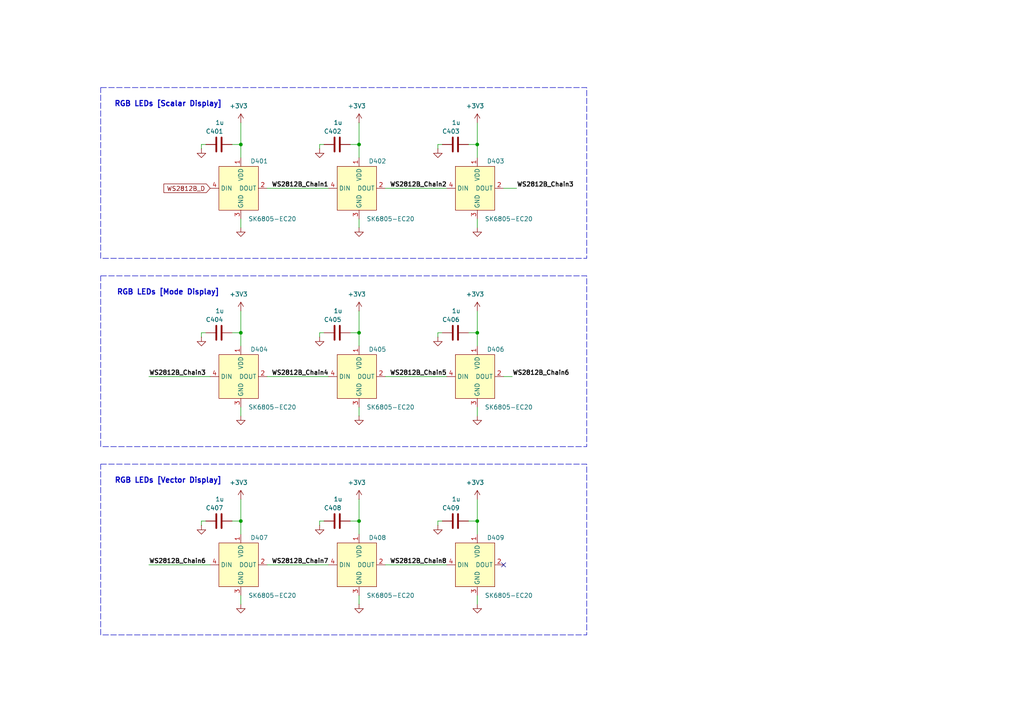
<source format=kicad_sch>
(kicad_sch (version 20231120) (generator "eeschema") (generator_version "8.0")
  (paper "A4")
  (title_block (title "POCKETMUSEUM EDU V0") (date "2025-08-18") (rev "2") (company "Bucharest Applied STEAM Museum"))
  (lib_symbols
    (symbol "Device:C" (pin_numbers hide) (pin_names (offset 0.254))
      (property "Reference" "C" (at 0.635 2.54 0))
      (property "Value" "C" (at 0.635 -2.54 0))
      (symbol "C_0_1"
        (polyline (pts (xy -2.032 -0.762) (xy 2.032 -0.762)) (stroke (width 0.508)))
        (polyline (pts (xy -2.032 0.762) (xy 2.032 0.762)) (stroke (width 0.508)))
      )
      (symbol "C_1_1"
        (pin passive line (at 0 3.81 270) (length 2.794) (name "~") (number "1"))
        (pin passive line (at 0 -3.81 90) (length 2.794) (name "~") (number "2"))
      )
    )
    (symbol "SK68xx:SK6805-EC20"
      (property "Reference" "U" (at 0 0 0))
      (symbol "SK6805-EC20_1_1"
        (rectangle (start -12.7 12.7) (end -1.27 0) (fill (type background)))
        (pin power_in line (at -6.35 15.24 270) (length 2.54) (name "VDD") (number "1"))
        (pin output line (at 1.27 6.35 180) (length 2.54) (name "DOUT") (number "2"))
        (pin power_in line (at -6.35 -2.54 90) (length 2.54) (name "GND") (number "3"))
        (pin input line (at -15.24 6.35 0) (length 2.54) (name "DIN") (number "4"))
      )
    )
    (symbol "power:+5V" (power) (pin_numbers hide) (pin_names (offset 0) hide)
      (property "Value" "+5V" (at 0 3.556 0))
      (symbol "+5V_0_1"
        (polyline (pts (xy -0.762 1.27) (xy 0 2.54)))
        (polyline (pts (xy 0 0) (xy 0 2.54)))
        (polyline (pts (xy 0 2.54) (xy 0.762 1.27)))
      )
      (symbol "+5V_1_1"
        (pin power_in line (at 0 0 90) (length 0) (name "~") (number "1"))
      )
    )
    (symbol "power:GND" (power) (pin_numbers hide) (pin_names (offset 0) hide)
      (property "Value" "GND" (at 0 -3.81 0))
      (symbol "GND_0_1"
        (polyline (pts (xy 0 0) (xy 0 -1.27) (xy 1.27 -1.27) (xy 0 -2.54) (xy -1.27 -1.27) (xy 0 -1.27)))
      )
      (symbol "GND_1_1"
        (pin power_in line (at 0 0 270) (length 0) (name "~") (number "1"))
      )
    )
  )
  (junction (at 104.14 151.13))
  (junction (at 69.85 96.52))
  (junction (at 104.14 41.91))
  (junction (at 138.43 41.91))
  (junction (at 138.43 151.13))
  (junction (at 69.85 151.13))
  (junction (at 69.85 41.91))
  (junction (at 138.43 96.52))
  (junction (at 104.14 96.52))
  (no_connect (at 146.05 163.83))
  (wire (pts (xy 104.14 118.11) (xy 104.14 120.65)))
  (wire (pts (xy 146.05 109.22) (xy 148.59 109.22)))
  (wire (pts (xy 138.43 118.11) (xy 138.43 120.65)))
  (wire (pts (xy 104.14 151.13) (xy 104.14 144.78)))
  (wire (pts (xy 135.89 96.52) (xy 138.43 96.52)))
  (wire (pts (xy 67.31 151.13) (xy 69.85 151.13)))
  (wire (pts (xy 104.14 41.91) (xy 104.14 45.72)))
  (wire (pts (xy 138.43 96.52) (xy 138.43 90.17)))
  (wire (pts (xy 127 151.13) (xy 127 152.4)))
  (wire (pts (xy 77.47 109.22) (xy 95.25 109.22)))
  (wire (pts (xy 138.43 96.52) (xy 138.43 100.33)))
  (wire (pts (xy 101.6 96.52) (xy 104.14 96.52)))
  (wire (pts (xy 138.43 63.5) (xy 138.43 66.04)))
  (wire (pts (xy 69.85 41.91) (xy 69.85 35.56)))
  (wire (pts (xy 138.43 41.91) (xy 138.43 45.72)))
  (wire (pts (xy 59.69 96.52) (xy 58.42 96.52)))
  (wire (pts (xy 104.14 41.91) (xy 104.14 35.56)))
  (wire (pts (xy 69.85 172.72) (xy 69.85 175.26)))
  (wire (pts (xy 69.85 96.52) (xy 69.85 90.17)))
  (wire (pts (xy 93.98 151.13) (xy 92.71 151.13)))
  (wire (pts (xy 69.85 63.5) (xy 69.85 66.04)))
  (wire (pts (xy 92.71 96.52) (xy 92.71 97.79)))
  (wire (pts (xy 43.18 109.22) (xy 60.96 109.22)))
  (wire (pts (xy 127 41.91) (xy 127 43.18)))
  (wire (pts (xy 58.42 151.13) (xy 58.42 152.4)))
  (wire (pts (xy 111.76 109.22) (xy 129.54 109.22)))
  (wire (pts (xy 69.85 151.13) (xy 69.85 154.94)))
  (wire (pts (xy 127 96.52) (xy 127 97.79)))
  (wire (pts (xy 93.98 96.52) (xy 92.71 96.52)))
  (wire (pts (xy 67.31 96.52) (xy 69.85 96.52)))
  (wire (pts (xy 111.76 54.61) (xy 129.54 54.61)))
  (wire (pts (xy 69.85 96.52) (xy 69.85 100.33)))
  (wire (pts (xy 69.85 118.11) (xy 69.85 120.65)))
  (wire (pts (xy 59.69 41.91) (xy 58.42 41.91)))
  (wire (pts (xy 58.42 41.91) (xy 58.42 43.18)))
  (wire (pts (xy 104.14 63.5) (xy 104.14 66.04)))
  (wire (pts (xy 135.89 151.13) (xy 138.43 151.13)))
  (wire (pts (xy 101.6 151.13) (xy 104.14 151.13)))
  (wire (pts (xy 93.98 41.91) (xy 92.71 41.91)))
  (wire (pts (xy 128.27 151.13) (xy 127 151.13)))
  (wire (pts (xy 138.43 151.13) (xy 138.43 144.78)))
  (wire (pts (xy 128.27 41.91) (xy 127 41.91)))
  (wire (pts (xy 67.31 41.91) (xy 69.85 41.91)))
  (wire (pts (xy 104.14 151.13) (xy 104.14 154.94)))
  (wire (pts (xy 77.47 163.83) (xy 95.25 163.83)))
  (wire (pts (xy 104.14 172.72) (xy 104.14 175.26)))
  (wire (pts (xy 59.69 151.13) (xy 58.42 151.13)))
  (wire (pts (xy 92.71 41.91) (xy 92.71 43.18)))
  (wire (pts (xy 138.43 172.72) (xy 138.43 175.26)))
  (wire (pts (xy 104.14 96.52) (xy 104.14 90.17)))
  (wire (pts (xy 92.71 151.13) (xy 92.71 152.4)))
  (wire (pts (xy 69.85 151.13) (xy 69.85 144.78)))
  (wire (pts (xy 135.89 41.91) (xy 138.43 41.91)))
  (wire (pts (xy 43.18 163.83) (xy 60.96 163.83)))
  (wire (pts (xy 69.85 41.91) (xy 69.85 45.72)))
  (wire (pts (xy 104.14 96.52) (xy 104.14 100.33)))
  (wire (pts (xy 77.47 54.61) (xy 95.25 54.61)))
  (wire (pts (xy 58.42 96.52) (xy 58.42 97.79)))
  (wire (pts (xy 111.76 163.83) (xy 129.54 163.83)))
  (wire (pts (xy 146.05 54.61) (xy 149.86 54.61)))
  (wire (pts (xy 128.27 96.52) (xy 127 96.52)))
  (wire (pts (xy 101.6 41.91) (xy 104.14 41.91)))
  (wire (pts (xy 138.43 151.13) (xy 138.43 154.94)))
  (wire (pts (xy 138.43 41.91) (xy 138.43 35.56)))
  (rectangle (start 29.21 25.4) (end 170.18 74.93) (stroke (width 0) (type dash)))
  (rectangle (start 29.21 134.62) (end 170.18 184.15) (stroke (width 0) (type dash)))
  (rectangle (start 29.21 80.01) (end 170.18 129.54) (stroke (width 0) (type dash)))
  (text "RGB LEDs [Scalar Display]" (at 48.768 30.226 0) (effects (font (size 1.524 1.524) (thickness 0.3048) (bold yes))))
  (text "RGB LEDs [Vector Display]" (at 48.768 139.446 0) (effects (font (size 1.524 1.524) (thickness 0.3048) (bold yes))))
  (text "RGB LEDs [Mode Display]" (at 48.768 84.836 0) (effects (font (size 1.524 1.524) (thickness 0.3048) (bold yes))))
  (label "WS2812B_Chain7" (at 78.74 163.83 0) (effects (font (thickness 0.254) (bold yes))))
  (label "WS2812B_Chain2" (at 113.03 54.61 0) (effects (font (thickness 0.254) (bold yes))))
  (label "WS2812B_Chain8" (at 113.03 163.83 0) (effects (font (thickness 0.254) (bold yes))))
  (label "WS2812B_Chain3" (at 43.18 109.22 0) (effects (font (thickness 0.254) (bold yes))))
  (label "WS2812B_Chain5" (at 113.03 109.22 0) (effects (font (thickness 0.254) (bold yes))))
  (label "WS2812B_Chain6" (at 148.59 109.22 0) (effects (font (thickness 0.254) (bold yes))))
  (label "WS2812B_Chain6" (at 43.18 163.83 0) (effects (font (thickness 0.254) (bold yes))))
  (label "WS2812B_Chain4" (at 78.74 109.22 0) (effects (font (thickness 0.254) (bold yes))))
  (label "WS2812B_Chain3" (at 149.86 54.61 0) (effects (font (thickness 0.254) (bold yes))))
  (label "WS2812B_Chain1" (at 78.74 54.61 0) (effects (font (thickness 0.254) (bold yes))))
  (global_label "WS2812B_D" (shape input) (at 60.96 54.61 180) (property "Intersheetrefs" "${INTERSHEET_REFS}" (effects (hide yes))))
  (symbol (lib_id "SK68xx:SK6805-EC20") (at 76.2 170.18 0) (unit 1)
    (property "Reference" "D407" (at 75.184 155.956 0))
    (property "Value" "SK6805-EC20" (at 78.994 172.72 0))
    (property "Footprint" "SK_RGB:SK68xx-EC20" (effects (hide yes)))
    (property "Datasheet" "http://www.normandled.com/upload/201906/EC20-6812(SK6812-2020)%20LED%20Datasheet.pdf" (effects (hide yes)))
    (property "JLCPCB Link" "https://jlcpcb.com/partdetail/OpscoOptoelectronics-SK6805EC20/C2890036" (effects (hide yes)))
    (property "Manufacturer" "OPSCO Optoelectronics " (effects (hide yes)))
    (property "Manufacturer P/N" "SK6805-EC20" (effects (hide yes)))
  )
  (symbol (lib_id "power:+5V") (at 104.14 90.17 0) (unit 1)
    (property "Reference" "#PWR062" (effects (hide yes)))
    (property "Value" "+3V3" (at 100.838 85.344 0) (effects (justify left)))
    (property "Description" "Power symbol creates a global label with name \"+5V\"" (effects (hide yes)))
  )
  (symbol (lib_id "SK68xx:SK6805-EC20") (at 76.2 60.96 0) (unit 1)
    (property "Reference" "D401" (at 75.184 46.736 0))
    (property "Value" "SK6805-EC20" (at 78.994 63.5 0))
    (property "Footprint" "SK_RGB:SK68xx-EC20" (effects (hide yes)))
    (property "Datasheet" "http://www.normandled.com/upload/201906/EC20-6812(SK6812-2020)%20LED%20Datasheet.pdf" (effects (hide yes)))
    (property "JLCPCB Link" "https://jlcpcb.com/partdetail/OpscoOptoelectronics-SK6805EC20/C2890036" (effects (hide yes)))
    (property "Manufacturer" "OPSCO Optoelectronics " (effects (hide yes)))
    (property "Manufacturer P/N" "SK6805-EC20" (effects (hide yes)))
  )
  (symbol (lib_id "Device:C") (at 97.79 41.91 90) (unit 1)
    (property "Reference" "C402" (at 99.06 38.1 90) (effects (justify left)))
    (property "Value" "1u" (at 99.314 35.56 90) (effects (justify left)))
    (property "Footprint" "Capacitor_SMD:C_0402_1005Metric" (effects (hide yes)))
    (property "Description" "Unpolarized capacitor" (effects (hide yes)))
    (property "JLCPCB Link" "https://jlcpcb.com/partdetail/15107-CL05A105KP5NNNC/C14445" (effects (hide yes)))
    (property "Manufacturer" "Samsung Electro-Mechanics " (effects (hide yes)))
    (property "Manufacturer P/N" "CL05A105KP5NNNC" (effects (hide yes)))
  )
  (symbol (lib_id "power:GND") (at 127 97.79 0) (unit 1)
    (property "Reference" "#PWR084" (effects (hide yes)))
    (property "Value" "GND" (effects (hide yes)))
    (property "Description" "Power symbol creates a global label with name \"GND\" , ground" (effects (hide yes)))
  )
  (symbol (lib_id "Device:C") (at 63.5 96.52 90) (unit 1)
    (property "Reference" "C404" (at 64.77 92.71 90) (effects (justify left)))
    (property "Value" "1u" (at 65.024 90.17 90) (effects (justify left)))
    (property "Footprint" "Capacitor_SMD:C_0402_1005Metric" (effects (hide yes)))
    (property "Description" "Unpolarized capacitor" (effects (hide yes)))
    (property "JLCPCB Link" "https://jlcpcb.com/partdetail/15107-CL05A105KP5NNNC/C14445" (effects (hide yes)))
    (property "Manufacturer" "Samsung Electro-Mechanics " (effects (hide yes)))
    (property "Manufacturer P/N" "CL05A105KP5NNNC" (effects (hide yes)))
  )
  (symbol (lib_id "power:+5V") (at 138.43 35.56 0) (unit 1)
    (property "Reference" "#PWR059" (effects (hide yes)))
    (property "Value" "+3V3" (at 135.128 30.734 0) (effects (justify left)))
    (property "Description" "Power symbol creates a global label with name \"+5V\"" (effects (hide yes)))
  )
  (symbol (lib_id "power:GND") (at 92.71 97.79 0) (unit 1)
    (property "Reference" "#PWR081" (effects (hide yes)))
    (property "Value" "GND" (effects (hide yes)))
    (property "Description" "Power symbol creates a global label with name \"GND\" , ground" (effects (hide yes)))
  )
  (symbol (lib_id "power:GND") (at 58.42 43.18 0) (unit 1)
    (property "Reference" "#PWR069" (effects (hide yes)))
    (property "Value" "GND" (effects (hide yes)))
    (property "Description" "Power symbol creates a global label with name \"GND\" , ground" (effects (hide yes)))
  )
  (symbol (lib_id "power:+5V") (at 104.14 35.56 0) (unit 1)
    (property "Reference" "#PWR057" (effects (hide yes)))
    (property "Value" "+3V3" (at 100.838 30.734 0) (effects (justify left)))
    (property "Description" "Power symbol creates a global label with name \"+5V\"" (effects (hide yes)))
  )
  (symbol (lib_id "SK68xx:SK6805-EC20") (at 144.78 170.18 0) (unit 1)
    (property "Reference" "D409" (at 143.764 155.956 0))
    (property "Value" "SK6805-EC20" (at 147.574 172.72 0))
    (property "Footprint" "SK_RGB:SK68xx-EC20" (effects (hide yes)))
    (property "Datasheet" "http://www.normandled.com/upload/201906/EC20-6812(SK6812-2020)%20LED%20Datasheet.pdf" (effects (hide yes)))
    (property "JLCPCB Link" "https://jlcpcb.com/partdetail/OpscoOptoelectronics-SK6805EC20/C2890036" (effects (hide yes)))
    (property "Manufacturer" "OPSCO Optoelectronics " (effects (hide yes)))
    (property "Manufacturer P/N" "SK6805-EC20" (effects (hide yes)))
  )
  (symbol (lib_id "Device:C") (at 63.5 151.13 90) (unit 1)
    (property "Reference" "C407" (at 64.77 147.32 90) (effects (justify left)))
    (property "Value" "1u" (at 65.024 144.78 90) (effects (justify left)))
    (property "Footprint" "Capacitor_SMD:C_0402_1005Metric" (effects (hide yes)))
    (property "Description" "Unpolarized capacitor" (effects (hide yes)))
    (property "JLCPCB Link" "https://jlcpcb.com/partdetail/15107-CL05A105KP5NNNC/C14445" (effects (hide yes)))
    (property "Manufacturer" "Samsung Electro-Mechanics " (effects (hide yes)))
    (property "Manufacturer P/N" "CL05A105KP5NNNC" (effects (hide yes)))
  )
  (symbol (lib_id "power:GND") (at 138.43 66.04 0) (unit 1)
    (property "Reference" "#PWR077" (effects (hide yes)))
    (property "Value" "GND" (effects (hide yes)))
    (property "Description" "Power symbol creates a global label with name \"GND\" , ground" (effects (hide yes)))
  )
  (symbol (lib_id "power:GND") (at 58.42 97.79 0) (unit 1)
    (property "Reference" "#PWR078" (effects (hide yes)))
    (property "Value" "GND" (effects (hide yes)))
    (property "Description" "Power symbol creates a global label with name \"GND\" , ground" (effects (hide yes)))
  )
  (symbol (lib_id "power:+5V") (at 104.14 144.78 0) (unit 1)
    (property "Reference" "#PWR070" (effects (hide yes)))
    (property "Value" "+3V3" (at 100.838 139.954 0) (effects (justify left)))
    (property "Description" "Power symbol creates a global label with name \"+5V\"" (effects (hide yes)))
  )
  (symbol (lib_id "power:GND") (at 69.85 175.26 0) (unit 1)
    (property "Reference" "#PWR089" (effects (hide yes)))
    (property "Value" "GND" (effects (hide yes)))
    (property "Description" "Power symbol creates a global label with name \"GND\" , ground" (effects (hide yes)))
  )
  (symbol (lib_id "Device:C") (at 97.79 96.52 90) (unit 1)
    (property "Reference" "C405" (at 99.06 92.71 90) (effects (justify left)))
    (property "Value" "1u" (at 99.314 90.17 90) (effects (justify left)))
    (property "Footprint" "Capacitor_SMD:C_0402_1005Metric" (effects (hide yes)))
    (property "Description" "Unpolarized capacitor" (effects (hide yes)))
    (property "JLCPCB Link" "https://jlcpcb.com/partdetail/15107-CL05A105KP5NNNC/C14445" (effects (hide yes)))
    (property "Manufacturer" "Samsung Electro-Mechanics " (effects (hide yes)))
    (property "Manufacturer P/N" "CL05A105KP5NNNC" (effects (hide yes)))
  )
  (symbol (lib_id "power:+5V") (at 69.85 144.78 0) (unit 1)
    (property "Reference" "#PWR066" (effects (hide yes)))
    (property "Value" "+3V3" (at 66.548 139.954 0) (effects (justify left)))
    (property "Description" "Power symbol creates a global label with name \"+5V\"" (effects (hide yes)))
  )
  (symbol (lib_id "Device:C") (at 97.79 151.13 90) (unit 1)
    (property "Reference" "C408" (at 99.06 147.32 90) (effects (justify left)))
    (property "Value" "1u" (at 99.314 144.78 90) (effects (justify left)))
    (property "Footprint" "Capacitor_SMD:C_0402_1005Metric" (effects (hide yes)))
    (property "Description" "Unpolarized capacitor" (effects (hide yes)))
    (property "JLCPCB Link" "https://jlcpcb.com/partdetail/15107-CL05A105KP5NNNC/C14445" (effects (hide yes)))
    (property "Manufacturer" "Samsung Electro-Mechanics " (effects (hide yes)))
    (property "Manufacturer P/N" "CL05A105KP5NNNC" (effects (hide yes)))
  )
  (symbol (lib_id "SK68xx:SK6805-EC20") (at 110.49 170.18 0) (unit 1)
    (property "Reference" "D408" (at 109.474 155.956 0))
    (property "Value" "SK6805-EC20" (at 113.284 172.72 0))
    (property "Footprint" "SK_RGB:SK68xx-EC20" (effects (hide yes)))
    (property "Datasheet" "http://www.normandled.com/upload/201906/EC20-6812(SK6812-2020)%20LED%20Datasheet.pdf" (effects (hide yes)))
    (property "JLCPCB Link" "https://jlcpcb.com/partdetail/OpscoOptoelectronics-SK6805EC20/C2890036" (effects (hide yes)))
    (property "Manufacturer" "OPSCO Optoelectronics " (effects (hide yes)))
    (property "Manufacturer P/N" "SK6805-EC20" (effects (hide yes)))
  )
  (symbol (lib_id "power:+5V") (at 138.43 144.78 0) (unit 1)
    (property "Reference" "#PWR073" (effects (hide yes)))
    (property "Value" "+3V3" (at 135.128 139.954 0) (effects (justify left)))
    (property "Description" "Power symbol creates a global label with name \"+5V\"" (effects (hide yes)))
  )
  (symbol (lib_id "power:GND") (at 69.85 66.04 0) (unit 1)
    (property "Reference" "#PWR071" (effects (hide yes)))
    (property "Value" "GND" (effects (hide yes)))
    (property "Description" "Power symbol creates a global label with name \"GND\" , ground" (effects (hide yes)))
  )
  (symbol (lib_id "power:GND") (at 92.71 152.4 0) (unit 1)
    (property "Reference" "#PWR090" (effects (hide yes)))
    (property "Value" "GND" (effects (hide yes)))
    (property "Description" "Power symbol creates a global label with name \"GND\" , ground" (effects (hide yes)))
  )
  (symbol (lib_id "power:GND") (at 127 152.4 0) (unit 1)
    (property "Reference" "#PWR093" (effects (hide yes)))
    (property "Value" "GND" (effects (hide yes)))
    (property "Description" "Power symbol creates a global label with name \"GND\" , ground" (effects (hide yes)))
  )
  (symbol (lib_id "Device:C") (at 132.08 96.52 90) (unit 1)
    (property "Reference" "C406" (at 133.35 92.71 90) (effects (justify left)))
    (property "Value" "1u" (at 133.604 90.17 90) (effects (justify left)))
    (property "Footprint" "Capacitor_SMD:C_0402_1005Metric" (effects (hide yes)))
    (property "Description" "Unpolarized capacitor" (effects (hide yes)))
    (property "JLCPCB Link" "https://jlcpcb.com/partdetail/15107-CL05A105KP5NNNC/C14445" (effects (hide yes)))
    (property "Manufacturer" "Samsung Electro-Mechanics " (effects (hide yes)))
    (property "Manufacturer P/N" "CL05A105KP5NNNC" (effects (hide yes)))
  )
  (symbol (lib_id "power:GND") (at 92.71 43.18 0) (unit 1)
    (property "Reference" "#PWR072" (effects (hide yes)))
    (property "Value" "GND" (effects (hide yes)))
    (property "Description" "Power symbol creates a global label with name \"GND\" , ground" (effects (hide yes)))
  )
  (symbol (lib_id "SK68xx:SK6805-EC20") (at 76.2 115.57 0) (unit 1)
    (property "Reference" "D404" (at 75.184 101.346 0))
    (property "Value" "SK6805-EC20" (at 78.994 118.11 0))
    (property "Footprint" "SK_RGB:SK68xx-EC20" (effects (hide yes)))
    (property "Datasheet" "http://www.normandled.com/upload/201906/EC20-6812(SK6812-2020)%20LED%20Datasheet.pdf" (effects (hide yes)))
    (property "JLCPCB Link" "https://jlcpcb.com/partdetail/OpscoOptoelectronics-SK6805EC20/C2890036" (effects (hide yes)))
    (property "Manufacturer" "OPSCO Optoelectronics " (effects (hide yes)))
    (property "Manufacturer P/N" "SK6805-EC20" (effects (hide yes)))
  )
  (symbol (lib_id "power:GND") (at 58.42 152.4 0) (unit 1)
    (property "Reference" "#PWR087" (effects (hide yes)))
    (property "Value" "GND" (effects (hide yes)))
    (property "Description" "Power symbol creates a global label with name \"GND\" , ground" (effects (hide yes)))
  )
  (symbol (lib_id "SK68xx:SK6805-EC20") (at 110.49 115.57 0) (unit 1)
    (property "Reference" "D405" (at 109.474 101.346 0))
    (property "Value" "SK6805-EC20" (at 113.284 118.11 0))
    (property "Footprint" "SK_RGB:SK68xx-EC20" (effects (hide yes)))
    (property "Datasheet" "http://www.normandled.com/upload/201906/EC20-6812(SK6812-2020)%20LED%20Datasheet.pdf" (effects (hide yes)))
    (property "JLCPCB Link" "https://jlcpcb.com/partdetail/OpscoOptoelectronics-SK6805EC20/C2890036" (effects (hide yes)))
    (property "Manufacturer" "OPSCO Optoelectronics " (effects (hide yes)))
    (property "Manufacturer P/N" "SK6805-EC20" (effects (hide yes)))
  )
  (symbol (lib_id "power:+5V") (at 138.43 90.17 0) (unit 1)
    (property "Reference" "#PWR064" (effects (hide yes)))
    (property "Value" "+3V3" (at 135.128 85.344 0) (effects (justify left)))
    (property "Description" "Power symbol creates a global label with name \"+5V\"" (effects (hide yes)))
  )
  (symbol (lib_id "SK68xx:SK6805-EC20") (at 144.78 115.57 0) (unit 1)
    (property "Reference" "D406" (at 143.764 101.346 0))
    (property "Value" "SK6805-EC20" (at 147.574 118.11 0))
    (property "Footprint" "SK_RGB:SK68xx-EC20" (effects (hide yes)))
    (property "Datasheet" "http://www.normandled.com/upload/201906/EC20-6812(SK6812-2020)%20LED%20Datasheet.pdf" (effects (hide yes)))
    (property "JLCPCB Link" "https://jlcpcb.com/partdetail/OpscoOptoelectronics-SK6805EC20/C2890036" (effects (hide yes)))
    (property "Manufacturer" "OPSCO Optoelectronics " (effects (hide yes)))
    (property "Manufacturer P/N" "SK6805-EC20" (effects (hide yes)))
  )
  (symbol (lib_id "Device:C") (at 132.08 151.13 90) (unit 1)
    (property "Reference" "C409" (at 133.35 147.32 90) (effects (justify left)))
    (property "Value" "1u" (at 133.604 144.78 90) (effects (justify left)))
    (property "Footprint" "Capacitor_SMD:C_0402_1005Metric" (effects (hide yes)))
    (property "Description" "Unpolarized capacitor" (effects (hide yes)))
    (property "JLCPCB Link" "https://jlcpcb.com/partdetail/15107-CL05A105KP5NNNC/C14445" (effects (hide yes)))
    (property "Manufacturer" "Samsung Electro-Mechanics " (effects (hide yes)))
    (property "Manufacturer P/N" "CL05A105KP5NNNC" (effects (hide yes)))
  )
  (symbol (lib_id "power:GND") (at 104.14 120.65 0) (unit 1)
    (property "Reference" "#PWR083" (effects (hide yes)))
    (property "Value" "GND" (effects (hide yes)))
    (property "Description" "Power symbol creates a global label with name \"GND\" , ground" (effects (hide yes)))
  )
  (symbol (lib_id "SK68xx:SK6805-EC20") (at 110.49 60.96 0) (unit 1)
    (property "Reference" "D402" (at 109.474 46.736 0))
    (property "Value" "SK6805-EC20" (at 113.284 63.5 0))
    (property "Footprint" "SK_RGB:SK68xx-EC20" (effects (hide yes)))
    (property "Datasheet" "http://www.normandled.com/upload/201906/EC20-6812(SK6812-2020)%20LED%20Datasheet.pdf" (effects (hide yes)))
    (property "JLCPCB Link" "https://jlcpcb.com/partdetail/OpscoOptoelectronics-SK6805EC20/C2890036" (effects (hide yes)))
    (property "Manufacturer" "OPSCO Optoelectronics " (effects (hide yes)))
    (property "Manufacturer P/N" "SK6805-EC20" (effects (hide yes)))
  )
  (symbol (lib_id "power:GND") (at 138.43 120.65 0) (unit 1)
    (property "Reference" "#PWR086" (effects (hide yes)))
    (property "Value" "GND" (effects (hide yes)))
    (property "Description" "Power symbol creates a global label with name \"GND\" , ground" (effects (hide yes)))
  )
  (symbol (lib_id "SK68xx:SK6805-EC20") (at 144.78 60.96 0) (unit 1)
    (property "Reference" "D403" (at 143.764 46.736 0))
    (property "Value" "SK6805-EC20" (at 147.574 63.5 0))
    (property "Footprint" "SK_RGB:SK68xx-EC20" (effects (hide yes)))
    (property "Datasheet" "http://www.normandled.com/upload/201906/EC20-6812(SK6812-2020)%20LED%20Datasheet.pdf" (effects (hide yes)))
    (property "JLCPCB Link" "https://jlcpcb.com/partdetail/OpscoOptoelectronics-SK6805EC20/C2890036" (effects (hide yes)))
    (property "Manufacturer" "OPSCO Optoelectronics " (effects (hide yes)))
    (property "Manufacturer P/N" "SK6805-EC20" (effects (hide yes)))
  )
  (symbol (lib_id "power:GND") (at 104.14 66.04 0) (unit 1)
    (property "Reference" "#PWR074" (effects (hide yes)))
    (property "Value" "GND" (effects (hide yes)))
    (property "Description" "Power symbol creates a global label with name \"GND\" , ground" (effects (hide yes)))
  )
  (symbol (lib_id "power:GND") (at 127 43.18 0) (unit 1)
    (property "Reference" "#PWR075" (effects (hide yes)))
    (property "Value" "GND" (effects (hide yes)))
    (property "Description" "Power symbol creates a global label with name \"GND\" , ground" (effects (hide yes)))
  )
  (symbol (lib_id "power:+5V") (at 69.85 90.17 0) (unit 1)
    (property "Reference" "#PWR060" (effects (hide yes)))
    (property "Value" "+3V3" (at 66.548 85.344 0) (effects (justify left)))
    (property "Description" "Power symbol creates a global label with name \"+5V\"" (effects (hide yes)))
  )
  (symbol (lib_id "power:+5V") (at 69.85 35.56 0) (unit 1)
    (property "Reference" "#PWR056" (effects (hide yes)))
    (property "Value" "+3V3" (at 66.548 30.734 0) (effects (justify left)))
    (property "Description" "Power symbol creates a global label with name \"+5V\"" (effects (hide yes)))
  )
  (symbol (lib_id "power:GND") (at 138.43 175.26 0) (unit 1)
    (property "Reference" "#PWR095" (effects (hide yes)))
    (property "Value" "GND" (effects (hide yes)))
    (property "Description" "Power symbol creates a global label with name \"GND\" , ground" (effects (hide yes)))
  )
  (symbol (lib_id "power:GND") (at 69.85 120.65 0) (unit 1)
    (property "Reference" "#PWR080" (effects (hide yes)))
    (property "Value" "GND" (effects (hide yes)))
    (property "Description" "Power symbol creates a global label with name \"GND\" , ground" (effects (hide yes)))
  )
  (symbol (lib_id "Device:C") (at 63.5 41.91 90) (unit 1)
    (property "Reference" "C401" (at 64.77 38.1 90) (effects (justify left)))
    (property "Value" "1u" (at 65.024 35.56 90) (effects (justify left)))
    (property "Footprint" "Capacitor_SMD:C_0402_1005Metric" (effects (hide yes)))
    (property "Description" "Unpolarized capacitor" (effects (hide yes)))
    (property "JLCPCB Link" "https://jlcpcb.com/partdetail/15107-CL05A105KP5NNNC/C14445" (effects (hide yes)))
    (property "Manufacturer" "Samsung Electro-Mechanics " (effects (hide yes)))
    (property "Manufacturer P/N" "CL05A105KP5NNNC" (effects (hide yes)))
  )
  (symbol (lib_id "power:GND") (at 104.14 175.26 0) (unit 1)
    (property "Reference" "#PWR092" (effects (hide yes)))
    (property "Value" "GND" (effects (hide yes)))
    (property "Description" "Power symbol creates a global label with name \"GND\" , ground" (effects (hide yes)))
  )
  (symbol (lib_id "Device:C") (at 132.08 41.91 90) (unit 1)
    (property "Reference" "C403" (at 133.35 38.1 90) (effects (justify left)))
    (property "Value" "1u" (at 133.604 35.56 90) (effects (justify left)))
    (property "Footprint" "Capacitor_SMD:C_0402_1005Metric" (effects (hide yes)))
    (property "Description" "Unpolarized capacitor" (effects (hide yes)))
    (property "JLCPCB Link" "https://jlcpcb.com/partdetail/15107-CL05A105KP5NNNC/C14445" (effects (hide yes)))
    (property "Manufacturer" "Samsung Electro-Mechanics " (effects (hide yes)))
    (property "Manufacturer P/N" "CL05A105KP5NNNC" (effects (hide yes)))
  )
)
</source>
